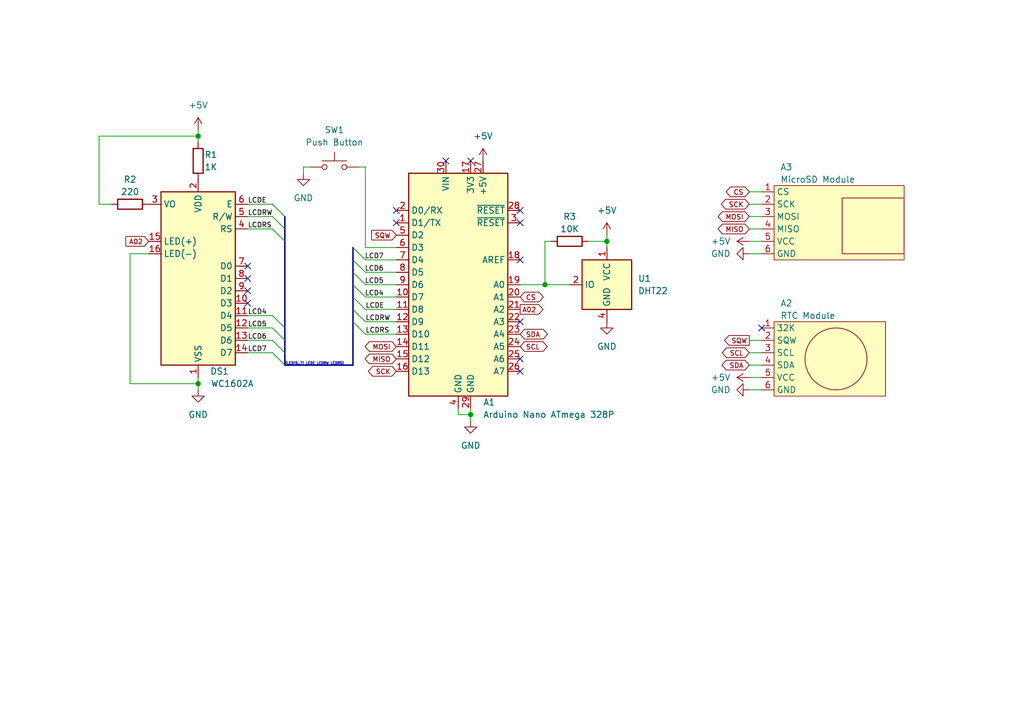
<source format=kicad_sch>
(kicad_sch (version 20230121) (generator eeschema)
  (paper "A5")
  (title_block (title "Arduino datalogger") (date "2023-10-20") (rev "0.1") (company "Lab. Biología de los Artrópodos - FaCENA - UNNE"))
  (lib_symbols
    (symbol "Custom_Modules:MicroSD_Module"
      (property "Reference" "A" (at 3.81 2.54 0))
      (property "Value" "MicroSD Module" (at 21.59 2.54 0))
      (symbol "MicroSD_Module_0_0"
        (pin bidirectional line (at 0 0 0) (length 2.54) (name "CS") (number "1"))
        (pin bidirectional line (at 0 -2.54 0) (length 2.54) (name "SCK") (number "2"))
        (pin bidirectional line (at 0 -5.08 0) (length 2.54) (name "MOSI") (number "3"))
        (pin bidirectional line (at 0 -7.62 0) (length 2.54) (name "MISO") (number "4"))
        (pin power_in line (at 0 -10.16 0) (length 2.54) (name "VCC") (number "5"))
        (pin power_in line (at 0 -12.7 0) (length 2.54) (name "GND") (number "6"))
      )
      (symbol "MicroSD_Module_0_1"
        (rectangle (start 16.51 -1.27) (end 29.21 -12.7))
      )
      (symbol "MicroSD_Module_1_1"
        (rectangle (start 2.54 1.27) (end 29.21 -13.97) (fill (type background)))
      )
    )
    (symbol "Custom_Modules:RTCDS3231"
      (property "Reference" "A" (at 3.81 2.54 0))
      (property "Value" "RTC Module" (at 19.05 2.54 0))
      (symbol "RTCDS3231_0_0"
        (pin output line (at 0 0 0) (length 2.54) (name "32K") (number "1"))
        (pin output line (at 0 -2.54 0) (length 2.54) (name "SQW") (number "2"))
        (pin bidirectional line (at 0 -5.08 0) (length 2.54) (name "SCL") (number "3"))
        (pin bidirectional line (at 0 -7.62 0) (length 2.54) (name "SDA") (number "4"))
        (pin power_in line (at 0 -10.16 0) (length 2.54) (name "VCC") (number "5"))
        (pin power_in line (at 0 -12.7 0) (length 2.54) (name "GND") (number "6"))
      )
      (symbol "RTCDS3231_0_1"
        (circle (center 15.24 -6.35) (radius 6.35))
      )
      (symbol "RTCDS3231_1_1"
        (rectangle (start 2.54 1.27) (end 25.4 -13.97) (fill (type background)))
      )
    )
    (symbol "Device:R" (pin_numbers hide) (pin_names (offset 0))
      (property "Reference" "R" (at 2.032 0 90))
      (property "Value" "R" (at 0 0 90))
      (symbol "R_0_1"
        (rectangle (start -1.016 -2.54) (end 1.016 2.54) (stroke (width 0.254)))
      )
      (symbol "R_1_1"
        (pin passive line (at 0 3.81 270) (length 1.27) (name "~") (number "1"))
        (pin passive line (at 0 -3.81 90) (length 1.27) (name "~") (number "2"))
      )
    )
    (symbol "Display_Character:WC1602A"
      (property "Reference" "DS" (at -5.842 19.05 0))
      (property "Value" "WC1602A" (at 5.334 19.05 0))
      (symbol "WC1602A_1_1"
        (rectangle (start -7.62 17.78) (end 7.62 -17.78) (stroke (width 0.254)) (fill (type background)))
        (pin power_in line (at 0 -20.32 90) (length 2.54) (name "VSS") (number "1"))
        (pin input line (at -10.16 -5.08 0) (length 2.54) (name "D3") (number "10"))
        (pin input line (at -10.16 -7.62 0) (length 2.54) (name "D4") (number "11"))
        (pin input line (at -10.16 -10.16 0) (length 2.54) (name "D5") (number "12"))
        (pin input line (at -10.16 -12.7 0) (length 2.54) (name "D6") (number "13"))
        (pin input line (at -10.16 -15.24 0) (length 2.54) (name "D7") (number "14"))
        (pin power_in line (at 10.16 7.62 180) (length 2.54) (name "LED(+)") (number "15"))
        (pin power_in line (at 10.16 5.08 180) (length 2.54) (name "LED(-)") (number "16"))
        (pin power_in line (at 0 20.32 270) (length 2.54) (name "VDD") (number "2"))
        (pin input line (at 10.16 15.24 180) (length 2.54) (name "VO") (number "3"))
        (pin input line (at -10.16 10.16 0) (length 2.54) (name "RS") (number "4"))
        (pin input line (at -10.16 12.7 0) (length 2.54) (name "R/W") (number "5"))
        (pin input line (at -10.16 15.24 0) (length 2.54) (name "E") (number "6"))
        (pin input line (at -10.16 2.54 0) (length 2.54) (name "D0") (number "7"))
        (pin input line (at -10.16 0 0) (length 2.54) (name "D1") (number "8"))
        (pin input line (at -10.16 -2.54 0) (length 2.54) (name "D2") (number "9"))
      )
    )
    (symbol "MCU_Module:Arduino_Nano_v3.x"
      (property "Reference" "A" (at -10.16 23.495 0))
      (property "Value" "Arduino_Nano_v3.x" (at 5.08 -24.13 0))
      (symbol "Arduino_Nano_v3.x_0_1"
        (rectangle (start -10.16 22.86) (end 10.16 -22.86) (stroke (width 0.254)) (fill (type background)))
      )
      (symbol "Arduino_Nano_v3.x_1_1"
        (pin bidirectional line (at -12.7 12.7 0) (length 2.54) (name "D1/TX") (number "1"))
        (pin bidirectional line (at -12.7 -2.54 0) (length 2.54) (name "D7") (number "10"))
        (pin bidirectional line (at -12.7 -5.08 0) (length 2.54) (name "D8") (number "11"))
        (pin bidirectional line (at -12.7 -7.62 0) (length 2.54) (name "D9") (number "12"))
        (pin bidirectional line (at -12.7 -10.16 0) (length 2.54) (name "D10") (number "13"))
        (pin bidirectional line (at -12.7 -12.7 0) (length 2.54) (name "D11") (number "14"))
        (pin bidirectional line (at -12.7 -15.24 0) (length 2.54) (name "D12") (number "15"))
        (pin bidirectional line (at -12.7 -17.78 0) (length 2.54) (name "D13") (number "16"))
        (pin power_out line (at 2.54 25.4 270) (length 2.54) (name "3V3") (number "17"))
        (pin input line (at 12.7 5.08 180) (length 2.54) (name "AREF") (number "18"))
        (pin bidirectional line (at 12.7 0 180) (length 2.54) (name "A0") (number "19"))
        (pin bidirectional line (at -12.7 15.24 0) (length 2.54) (name "D0/RX") (number "2"))
        (pin bidirectional line (at 12.7 -2.54 180) (length 2.54) (name "A1") (number "20"))
        (pin bidirectional line (at 12.7 -5.08 180) (length 2.54) (name "A2") (number "21"))
        (pin bidirectional line (at 12.7 -7.62 180) (length 2.54) (name "A3") (number "22"))
        (pin bidirectional line (at 12.7 -10.16 180) (length 2.54) (name "A4") (number "23"))
        (pin bidirectional line (at 12.7 -12.7 180) (length 2.54) (name "A5") (number "24"))
        (pin bidirectional line (at 12.7 -15.24 180) (length 2.54) (name "A6") (number "25"))
        (pin bidirectional line (at 12.7 -17.78 180) (length 2.54) (name "A7") (number "26"))
        (pin power_out line (at 5.08 25.4 270) (length 2.54) (name "+5V") (number "27"))
        (pin input line (at 12.7 15.24 180) (length 2.54) (name "~{RESET}") (number "28"))
        (pin power_in line (at 2.54 -25.4 90) (length 2.54) (name "GND") (number "29"))
        (pin input line (at 12.7 12.7 180) (length 2.54) (name "~{RESET}") (number "3"))
        (pin power_in line (at -2.54 25.4 270) (length 2.54) (name "VIN") (number "30"))
        (pin power_in line (at 0 -25.4 90) (length 2.54) (name "GND") (number "4"))
        (pin bidirectional line (at -12.7 10.16 0) (length 2.54) (name "D2") (number "5"))
        (pin bidirectional line (at -12.7 7.62 0) (length 2.54) (name "D3") (number "6"))
        (pin bidirectional line (at -12.7 5.08 0) (length 2.54) (name "D4") (number "7"))
        (pin bidirectional line (at -12.7 2.54 0) (length 2.54) (name "D5") (number "8"))
        (pin bidirectional line (at -12.7 0 0) (length 2.54) (name "D6") (number "9"))
      )
    )
    (symbol "Sensor:DHT11"
      (property "Reference" "U" (at -3.81 6.35 0))
      (property "Value" "DHT11" (at 3.81 6.35 0))
      (symbol "DHT11_0_1"
        (rectangle (start -5.08 5.08) (end 5.08 -5.08) (stroke (width 0.254)) (fill (type background)))
      )
      (symbol "DHT11_1_1"
        (pin power_in line (at 0 7.62 270) (length 2.54) (name "VCC") (number "1"))
        (pin bidirectional line (at 7.62 0 180) (length 2.54) (name "IO") (number "2"))
        (pin no_connect line (at -5.08 0 0) (length 2.54) hide (name "NC") (number "3"))
        (pin power_in line (at 0 -7.62 90) (length 2.54) (name "GND") (number "4"))
      )
    )
    (symbol "Switch:SW_Push" (pin_numbers hide) (pin_names (offset 1.016) hide)
      (property "Reference" "SW" (at 1.27 2.54 0))
      (property "Value" "SW_Push" (at 0 -1.524 0))
      (symbol "SW_Push_0_1"
        (circle (center -2.032 0) (radius 0.508))
        (polyline (pts (xy 0 1.27) (xy 0 3.048)))
        (polyline (pts (xy 2.54 1.27) (xy -2.54 1.27)))
        (circle (center 2.032 0) (radius 0.508))
        (pin passive line (at -5.08 0 0) (length 2.54) (name "1") (number "1"))
        (pin passive line (at 5.08 0 180) (length 2.54) (name "2") (number "2"))
      )
    )
    (symbol "power:+5V" (power) (pin_names (offset 0))
      (property "Value" "+5V" (at 0 3.556 0))
      (symbol "+5V_0_1"
        (polyline (pts (xy -0.762 1.27) (xy 0 2.54)))
        (polyline (pts (xy 0 0) (xy 0 2.54)))
        (polyline (pts (xy 0 2.54) (xy 0.762 1.27)))
      )
      (symbol "+5V_1_1"
        (pin power_in line (at 0 0 90) (length 0) hide (name "+5V") (number "1"))
      )
    )
    (symbol "power:GND" (power) (pin_names (offset 0))
      (property "Value" "GND" (at 0 -3.81 0))
      (symbol "GND_0_1"
        (polyline (pts (xy 0 0) (xy 0 -1.27) (xy 1.27 -1.27) (xy 0 -2.54) (xy -1.27 -1.27) (xy 0 -1.27)))
      )
      (symbol "GND_1_1"
        (pin power_in line (at 0 0 270) (length 0) hide (name "GND") (number "1"))
      )
    )
  )
  (junction (at 40.64 27.94))
  (junction (at 40.64 78.74))
  (junction (at 111.76 58.42))
  (junction (at 96.52 85.09))
  (junction (at 124.46 49.53))
  (no_connect (at 50.8 57.15))
  (no_connect (at 106.68 53.34))
  (no_connect (at 81.28 45.72))
  (no_connect (at 50.8 62.23))
  (no_connect (at 106.68 45.72))
  (no_connect (at 50.8 59.69))
  (no_connect (at 106.68 43.18))
  (no_connect (at 106.68 76.2))
  (no_connect (at 156.21 67.31))
  (no_connect (at 106.68 73.66))
  (no_connect (at 50.8 54.61))
  (no_connect (at 81.28 43.18))
  (no_connect (at 91.44 33.02))
  (no_connect (at 106.68 66.04))
  (no_connect (at 96.52 33.02))
  (bus_entry (at 55.88 67.31) (size 2.54 2.54))
  (bus_entry (at 74.93 60.96) (size -2.54 -2.54))
  (bus_entry (at 55.88 69.85) (size 2.54 2.54))
  (bus_entry (at 55.88 46.99) (size 2.54 2.54))
  (bus_entry (at 74.93 53.34) (size -2.54 -2.54))
  (bus_entry (at 55.88 41.91) (size 2.54 2.54))
  (bus_entry (at 74.93 58.42) (size -2.54 -2.54))
  (bus_entry (at 55.88 64.77) (size 2.54 2.54))
  (bus_entry (at 74.93 55.88) (size -2.54 -2.54))
  (bus_entry (at 55.88 72.39) (size 2.54 2.54))
  (bus_entry (at 74.93 68.58) (size -2.54 -2.54))
  (bus_entry (at 74.93 66.04) (size -2.54 -2.54))
  (bus_entry (at 55.88 44.45) (size 2.54 2.54))
  (bus_entry (at 74.93 63.5) (size -2.54 -2.54))
  (wire (pts (xy 50.8 44.45) (xy 55.88 44.45)))
  (wire (pts (xy 153.67 44.45) (xy 156.21 44.45)))
  (wire (pts (xy 153.67 72.39) (xy 156.21 72.39)))
  (bus (pts (xy 72.39 50.8) (xy 72.39 53.34)))
  (bus (pts (xy 58.42 46.99) (xy 58.42 49.53)))
  (wire (pts (xy 74.93 34.29) (xy 74.93 50.8)))
  (wire (pts (xy 20.32 41.91) (xy 20.32 27.94)))
  (wire (pts (xy 153.67 39.37) (xy 156.21 39.37)))
  (wire (pts (xy 20.32 27.94) (xy 40.64 27.94)))
  (bus (pts (xy 58.42 69.85) (xy 58.42 72.39)))
  (wire (pts (xy 62.23 34.29) (xy 63.5 34.29)))
  (bus (pts (xy 58.42 74.93) (xy 72.39 74.93)))
  (bus (pts (xy 72.39 60.96) (xy 72.39 63.5)))
  (wire (pts (xy 74.93 66.04) (xy 81.28 66.04)))
  (wire (pts (xy 124.46 49.53) (xy 124.46 50.8)))
  (wire (pts (xy 50.8 46.99) (xy 55.88 46.99)))
  (wire (pts (xy 153.67 49.53) (xy 156.21 49.53)))
  (wire (pts (xy 74.93 50.8) (xy 81.28 50.8)))
  (wire (pts (xy 74.93 63.5) (xy 81.28 63.5)))
  (wire (pts (xy 40.64 27.94) (xy 40.64 29.21)))
  (bus (pts (xy 72.39 53.34) (xy 72.39 55.88)))
  (bus (pts (xy 72.39 58.42) (xy 72.39 60.96)))
  (wire (pts (xy 22.86 41.91) (xy 20.32 41.91)))
  (wire (pts (xy 74.93 58.42) (xy 81.28 58.42)))
  (wire (pts (xy 50.8 72.39) (xy 55.88 72.39)))
  (wire (pts (xy 111.76 58.42) (xy 116.84 58.42)))
  (wire (pts (xy 74.93 53.34) (xy 81.28 53.34)))
  (wire (pts (xy 111.76 49.53) (xy 113.03 49.53)))
  (wire (pts (xy 74.93 60.96) (xy 81.28 60.96)))
  (wire (pts (xy 153.67 52.07) (xy 156.21 52.07)))
  (bus (pts (xy 58.42 44.45) (xy 58.42 46.99)))
  (wire (pts (xy 50.8 41.91) (xy 55.88 41.91)))
  (wire (pts (xy 40.64 80.01) (xy 40.64 78.74)))
  (wire (pts (xy 153.67 41.91) (xy 156.21 41.91)))
  (wire (pts (xy 74.93 68.58) (xy 81.28 68.58)))
  (wire (pts (xy 120.65 49.53) (xy 124.46 49.53)))
  (wire (pts (xy 153.67 74.93) (xy 156.21 74.93)))
  (bus (pts (xy 58.42 49.53) (xy 58.42 67.31)))
  (bus (pts (xy 72.39 63.5) (xy 72.39 66.04)))
  (wire (pts (xy 50.8 67.31) (xy 55.88 67.31)))
  (wire (pts (xy 30.48 52.07) (xy 26.67 52.07)))
  (wire (pts (xy 40.64 78.74) (xy 40.64 77.47)))
  (wire (pts (xy 26.67 52.07) (xy 26.67 78.74)))
  (wire (pts (xy 124.46 48.26) (xy 124.46 49.53)))
  (wire (pts (xy 50.8 64.77) (xy 55.88 64.77)))
  (wire (pts (xy 96.52 86.36) (xy 96.52 85.09)))
  (wire (pts (xy 93.98 83.82) (xy 93.98 85.09)))
  (wire (pts (xy 26.67 78.74) (xy 40.64 78.74)))
  (wire (pts (xy 153.67 69.85) (xy 156.21 69.85)))
  (bus (pts (xy 58.42 67.31) (xy 58.42 69.85)))
  (wire (pts (xy 153.67 77.47) (xy 156.21 77.47)))
  (wire (pts (xy 106.68 58.42) (xy 111.76 58.42)))
  (wire (pts (xy 74.93 55.88) (xy 81.28 55.88)))
  (wire (pts (xy 50.8 69.85) (xy 55.88 69.85)))
  (bus (pts (xy 58.42 72.39) (xy 58.42 74.93)))
  (wire (pts (xy 40.64 26.67) (xy 40.64 27.94)))
  (wire (pts (xy 153.67 80.01) (xy 156.21 80.01)))
  (wire (pts (xy 74.93 34.29) (xy 73.66 34.29)))
  (wire (pts (xy 62.23 35.56) (xy 62.23 34.29)))
  (wire (pts (xy 111.76 49.53) (xy 111.76 58.42)))
  (bus (pts (xy 72.39 66.04) (xy 72.39 74.93)))
  (wire (pts (xy 93.98 85.09) (xy 96.52 85.09)))
  (wire (pts (xy 153.67 46.99) (xy 156.21 46.99)))
  (bus (pts (xy 72.39 55.88) (xy 72.39 58.42)))
  (wire (pts (xy 96.52 85.09) (xy 96.52 83.82)))
  (label "LCD5" (at 50.8 67.31 0) (effects (font (size 1 1))))
  (label "LCD6" (at 50.8 69.85 0) (effects (font (size 1 1))))
  (label "LCDRS" (at 50.8 46.99 0) (effects (font (size 1 1))))
  (label "LCD7" (at 78.74 53.34 180) (effects (font (size 1 1))))
  (label "LCD4" (at 50.8 64.77 0) (effects (font (size 1 1))))
  (label "LCDE" (at 74.93 63.5 0) (effects (font (size 1 1))))
  (label "LCD7" (at 50.8 72.39 0) (effects (font (size 1 1))))
  (label "{LCD[0..7] LCDE LCDRW LCDRS}" (at 58.42 74.93 0) (effects (font (size 0.5 0.5))))
  (label "LCDE" (at 50.8 41.91 0) (effects (font (size 1 1))))
  (label "LCDRW" (at 50.8 44.45 0) (effects (font (size 1 1))))
  (label "LCD6" (at 78.74 55.88 180) (effects (font (size 1 1))))
  (label "LCDRS" (at 74.93 68.58 0) (effects (font (size 1 1))))
  (label "LCD5" (at 78.74 58.42 180) (effects (font (size 1 1))))
  (label "LCDRW" (at 74.93 66.04 0) (effects (font (size 1 1))))
  (label "LCD4" (at 78.74 60.96 180) (effects (font (size 1 1))))
  (global_label "SCL" (shape bidirectional) (at 106.68 71.12 0) (effects (font (size 1 1))) (property "Intersheetrefs" "${INTERSHEET_REFS}" (effects hide)))
  (global_label "SQW" (shape input) (at 81.28 48.26 180) (effects (font (size 1 1))) (property "Intersheetrefs" "${INTERSHEET_REFS}" (effects hide)))
  (global_label "CS" (shape bidirectional) (at 153.67 39.37 180) (effects (font (size 1 1))) (property "Intersheetrefs" "${INTERSHEET_REFS}" (effects hide)))
  (global_label "MOSI" (shape bidirectional) (at 81.28 71.12 180) (effects (font (size 1 1))) (property "Intersheetrefs" "${INTERSHEET_REFS}" (effects hide)))
  (global_label "MISO" (shape bidirectional) (at 153.67 46.99 180) (effects (font (size 1 1))) (property "Intersheetrefs" "${INTERSHEET_REFS}" (effects hide)))
  (global_label "SCL" (shape bidirectional) (at 153.67 72.39 180) (effects (font (size 1 1))) (property "Intersheetrefs" "${INTERSHEET_REFS}" (effects hide)))
  (global_label "A02" (shape input) (at 30.48 49.53 180) (effects (font (size 1 1))) (property "Intersheetrefs" "${INTERSHEET_REFS}" (effects hide)) (property "Netclass" "PWR_FLAG" (effects hide)))
  (global_label "SCK" (shape bidirectional) (at 153.67 41.91 180) (effects (font (size 1 1))) (property "Intersheetrefs" "${INTERSHEET_REFS}" (effects hide)))
  (global_label "SCK" (shape bidirectional) (at 81.28 76.2 180) (effects (font (size 1 1))) (property "Intersheetrefs" "${INTERSHEET_REFS}" (effects hide)))
  (global_label "MOSI" (shape bidirectional) (at 153.67 44.45 180) (effects (font (size 1 1))) (property "Intersheetrefs" "${INTERSHEET_REFS}" (effects hide)))
  (global_label "SQW" (shape output) (at 153.67 69.85 180) (effects (font (size 1 1))) (property "Intersheetrefs" "${INTERSHEET_REFS}" (effects hide)))
  (global_label "CS" (shape bidirectional) (at 106.68 60.96 0) (effects (font (size 1 1))) (property "Intersheetrefs" "${INTERSHEET_REFS}" (effects hide)))
  (global_label "A02" (shape output) (at 106.68 63.5 0) (effects (font (size 1 1))) (property "Intersheetrefs" "${INTERSHEET_REFS}" (effects hide)))
  (global_label "SDA" (shape bidirectional) (at 153.67 74.93 180) (effects (font (size 1 1))) (property "Intersheetrefs" "${INTERSHEET_REFS}" (effects hide)))
  (global_label "SDA" (shape bidirectional) (at 106.68 68.58 0) (effects (font (size 1 1))) (property "Intersheetrefs" "${INTERSHEET_REFS}" (effects hide)))
  (global_label "MISO" (shape bidirectional) (at 81.28 73.66 180) (effects (font (size 1 1))) (property "Intersheetrefs" "${INTERSHEET_REFS}" (effects hide)))
  (symbol (lib_id "power:GND") (at 62.23 35.56 0) (unit 1)
    (property "Reference" "#PWR05" (effects hide))
    (property "Value" "GND" (at 62.23 40.64 0))
  )
  (symbol (lib_id "MCU_Module:Arduino_Nano_v3.x") (at 93.98 58.42 0) (unit 1)
    (property "Reference" "A1" (at 99.06 82.55 0) (effects (justify left)))
    (property "Value" "Arduino Nano ATmega 328P" (at 99.06 85.09 0) (effects (justify left)))
    (property "Footprint" "Module:Arduino_Nano" (effects hide))
    (property "Datasheet" "http://www.mouser.com/pdfdocs/Gravitech_Arduino_Nano3_0.pdf" (effects hide))
  )
  (symbol (lib_id "Device:R") (at 26.67 41.91 90) (unit 1)
    (property "Reference" "R2" (at 26.67 36.83 90))
    (property "Value" "220" (at 26.67 39.37 90))
    (property "Footprint" "Resistor_THT:R_Axial_DIN0207_L6.3mm_D2.5mm_P7.62mm_Horizontal" (effects hide))
  )
  (symbol (lib_id "power:+5V") (at 153.67 77.47 90) (unit 1)
    (property "Reference" "#PWR010" (effects hide))
    (property "Value" "+5V" (at 149.86 77.47 90) (effects (justify left)))
  )
  (symbol (lib_id "power:GND") (at 96.52 86.36 0) (unit 1)
    (property "Reference" "#PWR02" (effects hide))
    (property "Value" "GND" (at 96.52 91.44 0))
  )
  (symbol (lib_id "power:GND") (at 153.67 80.01 270) (unit 1)
    (property "Reference" "#PWR011" (effects hide))
    (property "Value" "GND" (at 149.86 80.01 90) (effects (justify right)))
  )
  (symbol (lib_id "power:+5V") (at 99.06 33.02 0) (unit 1)
    (property "Reference" "#PWR01" (effects hide))
    (property "Value" "+5V" (at 99.06 27.94 0))
  )
  (symbol (lib_id "Device:R") (at 40.64 33.02 0) (unit 1)
    (property "Reference" "R1" (at 41.91 31.75 0) (effects (justify left)))
    (property "Value" "1K" (at 41.91 34.29 0) (effects (justify left)))
    (property "Footprint" "Resistor_THT:R_Axial_DIN0207_L6.3mm_D2.5mm_P7.62mm_Horizontal" (effects hide))
  )
  (symbol (lib_id "power:GND") (at 124.46 66.04 0) (mirror y) (unit 1)
    (property "Reference" "#PWR07" (effects hide))
    (property "Value" "GND" (at 124.46 71.12 0))
  )
  (symbol (lib_id "Sensor:DHT11") (at 124.46 58.42 0) (mirror y) (unit 1) (on_board no)
    (property "Reference" "U1" (at 130.81 57.15 0) (effects (justify right)))
    (property "Value" "DHT22" (at 130.81 59.69 0) (effects (justify right)))
    (property "Footprint" "Sensor:Aosong_DHT11_5.5x12.0_P2.54mm" (effects hide))
    (property "Datasheet" "http://akizukidenshi.com/download/ds/aosong/DHT11.pdf" (effects hide))
  )
  (symbol (lib_id "power:+5V") (at 40.64 26.67 0) (unit 1)
    (property "Reference" "#PWR04" (effects hide))
    (property "Value" "+5V" (at 40.64 21.59 0))
  )
  (symbol (lib_id "Custom_Modules:RTCDS3231") (at 156.21 67.31 0) (unit 1)
    (property "Reference" "A2" (at 160.02 62.23 0) (effects (justify left)))
    (property "Value" "RTC Module" (at 160.02 64.77 0) (effects (justify left)))
  )
  (symbol (lib_id "power:GND") (at 153.67 52.07 270) (mirror x) (unit 1)
    (property "Reference" "#PWR08" (effects hide))
    (property "Value" "GND" (at 149.86 52.07 90) (effects (justify right)))
  )
  (symbol (lib_id "Device:R") (at 116.84 49.53 270) (mirror x) (unit 1)
    (property "Reference" "R3" (at 116.84 44.45 90))
    (property "Value" "10K" (at 116.84 46.99 90))
    (property "Footprint" "Resistor_THT:R_Axial_DIN0207_L6.3mm_D2.5mm_P7.62mm_Horizontal" (effects hide))
  )
  (symbol (lib_id "power:GND") (at 40.64 80.01 0) (unit 1)
    (property "Reference" "#PWR03" (effects hide))
    (property "Value" "GND" (at 40.64 85.09 0))
  )
  (symbol (lib_id "Custom_Modules:MicroSD_Module") (at 156.21 39.37 0) (unit 1)
    (property "Reference" "A3" (at 160.02 34.29 0) (effects (justify left)))
    (property "Value" "MicroSD Module" (at 160.02 36.83 0) (effects (justify left)))
  )
  (symbol (lib_id "Switch:SW_Push") (at 68.58 34.29 0) (unit 1)
    (property "Reference" "SW1" (at 68.58 26.67 0))
    (property "Value" "Push Button" (at 68.58 29.21 0))
    (property "Footprint" "Button_Switch_THT:SW_PUSH-12mm" (effects hide))
  )
  (symbol (lib_id "Display_Character:WC1602A") (at 40.64 57.15 0) (mirror y) (unit 1)
    (property "Reference" "DS1" (at 46.99 76.2 0) (effects (justify left)))
    (property "Value" "WC1602A" (at 52.07 78.74 0) (effects (justify left)))
    (property "Footprint" "Display:WC1602A" (effects hide))
    (property "Datasheet" "http://www.wincomlcd.com/pdf/WC1602A-SFYLYHTC06.pdf" (effects hide))
  )
  (symbol (lib_id "power:+5V") (at 153.67 49.53 90) (mirror x) (unit 1)
    (property "Reference" "#PWR09" (effects hide))
    (property "Value" "+5V" (at 149.86 49.53 90) (effects (justify left)))
  )
  (symbol (lib_id "power:+5V") (at 124.46 48.26 0) (mirror y) (unit 1)
    (property "Reference" "#PWR06" (effects hide))
    (property "Value" "+5V" (at 124.46 43.18 0))
  )
)
</source>
